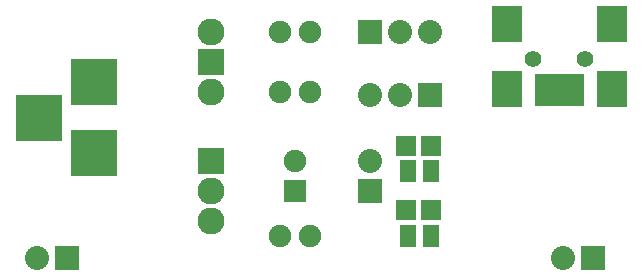
<source format=gts>
G04 (created by PCBNEW-RS274X (2011-nov-30)-stable) date Mit 25 Apr 2012 20:51:04 CEST*
G01*
G70*
G90*
%MOIN*%
G04 Gerber Fmt 3.4, Leading zero omitted, Abs format*
%FSLAX34Y34*%
G04 APERTURE LIST*
%ADD10C,0.001000*%
%ADD11C,0.090000*%
%ADD12R,0.090000X0.090000*%
%ADD13R,0.055000X0.075000*%
%ADD14R,0.080000X0.080000*%
%ADD15C,0.080000*%
%ADD16R,0.067200X0.067200*%
%ADD17C,0.075000*%
%ADD18R,0.075000X0.075000*%
%ADD19R,0.039700X0.110600*%
%ADD20R,0.098700X0.118400*%
%ADD21C,0.055400*%
%ADD22R,0.157800X0.157800*%
G04 APERTURE END LIST*
G54D10*
G54D11*
X55300Y-38000D03*
X55300Y-37000D03*
G54D12*
X55300Y-36000D03*
G54D13*
X62615Y-38500D03*
X61865Y-38500D03*
X62615Y-36350D03*
X61865Y-36350D03*
G54D14*
X60600Y-31700D03*
G54D15*
X61600Y-31700D03*
X62600Y-31700D03*
G54D14*
X62600Y-33800D03*
G54D15*
X61600Y-33800D03*
X60600Y-33800D03*
G54D14*
X50469Y-39252D03*
G54D15*
X49469Y-39252D03*
G54D14*
X68028Y-39252D03*
G54D15*
X67028Y-39252D03*
G54D11*
X55300Y-33700D03*
G54D12*
X55300Y-32700D03*
G54D11*
X55300Y-31700D03*
G54D16*
X61787Y-37650D03*
X62613Y-37650D03*
X61787Y-35500D03*
X62613Y-35500D03*
G54D17*
X57600Y-33700D03*
X58600Y-33700D03*
X57600Y-38500D03*
X58600Y-38500D03*
X57600Y-31700D03*
X58600Y-31700D03*
G54D18*
X58100Y-37000D03*
G54D17*
X58100Y-36000D03*
G54D14*
X60600Y-37000D03*
G54D15*
X60600Y-36000D03*
G54D19*
X67528Y-33641D03*
X67213Y-33641D03*
X66898Y-33641D03*
X66583Y-33641D03*
X66268Y-33641D03*
G54D20*
X68650Y-33602D03*
X68650Y-31437D03*
X65146Y-33602D03*
X65146Y-31437D03*
G54D21*
X67764Y-32618D03*
X66032Y-32618D03*
G54D22*
X51400Y-35741D03*
X51400Y-33379D03*
X49550Y-34560D03*
M02*

</source>
